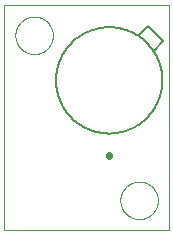
<source format=gto>
G75*
%MOIN*%
%OFA0B0*%
%FSLAX25Y25*%
%IPPOS*%
%LPD*%
%AMOC8*
5,1,8,0,0,1.08239X$1,22.5*
%
%ADD10C,0.00000*%
%ADD11C,0.02200*%
%ADD12C,0.00500*%
D10*
X0016575Y0001500D02*
X0016575Y0076500D01*
X0071575Y0076500D01*
X0071575Y0001500D01*
X0016575Y0001500D01*
X0055325Y0011500D02*
X0055327Y0011658D01*
X0055333Y0011815D01*
X0055343Y0011973D01*
X0055357Y0012130D01*
X0055375Y0012286D01*
X0055396Y0012443D01*
X0055422Y0012598D01*
X0055452Y0012753D01*
X0055485Y0012907D01*
X0055523Y0013060D01*
X0055564Y0013213D01*
X0055609Y0013364D01*
X0055658Y0013514D01*
X0055711Y0013662D01*
X0055767Y0013810D01*
X0055828Y0013955D01*
X0055891Y0014100D01*
X0055959Y0014242D01*
X0056030Y0014383D01*
X0056104Y0014522D01*
X0056182Y0014659D01*
X0056264Y0014794D01*
X0056348Y0014927D01*
X0056437Y0015058D01*
X0056528Y0015186D01*
X0056623Y0015313D01*
X0056720Y0015436D01*
X0056821Y0015558D01*
X0056925Y0015676D01*
X0057032Y0015792D01*
X0057142Y0015905D01*
X0057254Y0016016D01*
X0057370Y0016123D01*
X0057488Y0016228D01*
X0057608Y0016330D01*
X0057731Y0016428D01*
X0057857Y0016524D01*
X0057985Y0016616D01*
X0058115Y0016705D01*
X0058247Y0016791D01*
X0058382Y0016873D01*
X0058519Y0016952D01*
X0058657Y0017027D01*
X0058797Y0017099D01*
X0058940Y0017167D01*
X0059083Y0017232D01*
X0059229Y0017293D01*
X0059376Y0017350D01*
X0059524Y0017404D01*
X0059674Y0017454D01*
X0059824Y0017500D01*
X0059976Y0017542D01*
X0060129Y0017581D01*
X0060283Y0017615D01*
X0060438Y0017646D01*
X0060593Y0017672D01*
X0060749Y0017695D01*
X0060906Y0017714D01*
X0061063Y0017729D01*
X0061220Y0017740D01*
X0061378Y0017747D01*
X0061536Y0017750D01*
X0061693Y0017749D01*
X0061851Y0017744D01*
X0062008Y0017735D01*
X0062166Y0017722D01*
X0062322Y0017705D01*
X0062479Y0017684D01*
X0062634Y0017660D01*
X0062789Y0017631D01*
X0062944Y0017598D01*
X0063097Y0017562D01*
X0063250Y0017521D01*
X0063401Y0017477D01*
X0063551Y0017429D01*
X0063700Y0017378D01*
X0063848Y0017322D01*
X0063994Y0017263D01*
X0064139Y0017200D01*
X0064282Y0017133D01*
X0064423Y0017063D01*
X0064562Y0016990D01*
X0064700Y0016913D01*
X0064836Y0016832D01*
X0064969Y0016748D01*
X0065100Y0016661D01*
X0065229Y0016570D01*
X0065356Y0016476D01*
X0065481Y0016379D01*
X0065602Y0016279D01*
X0065722Y0016176D01*
X0065838Y0016070D01*
X0065952Y0015961D01*
X0066064Y0015849D01*
X0066172Y0015735D01*
X0066277Y0015617D01*
X0066380Y0015497D01*
X0066479Y0015375D01*
X0066575Y0015250D01*
X0066668Y0015122D01*
X0066758Y0014993D01*
X0066844Y0014861D01*
X0066928Y0014727D01*
X0067007Y0014591D01*
X0067084Y0014453D01*
X0067156Y0014313D01*
X0067225Y0014171D01*
X0067291Y0014028D01*
X0067353Y0013883D01*
X0067411Y0013736D01*
X0067466Y0013588D01*
X0067517Y0013439D01*
X0067564Y0013288D01*
X0067607Y0013137D01*
X0067646Y0012984D01*
X0067682Y0012830D01*
X0067713Y0012676D01*
X0067741Y0012521D01*
X0067765Y0012365D01*
X0067785Y0012208D01*
X0067801Y0012051D01*
X0067813Y0011894D01*
X0067821Y0011737D01*
X0067825Y0011579D01*
X0067825Y0011421D01*
X0067821Y0011263D01*
X0067813Y0011106D01*
X0067801Y0010949D01*
X0067785Y0010792D01*
X0067765Y0010635D01*
X0067741Y0010479D01*
X0067713Y0010324D01*
X0067682Y0010170D01*
X0067646Y0010016D01*
X0067607Y0009863D01*
X0067564Y0009712D01*
X0067517Y0009561D01*
X0067466Y0009412D01*
X0067411Y0009264D01*
X0067353Y0009117D01*
X0067291Y0008972D01*
X0067225Y0008829D01*
X0067156Y0008687D01*
X0067084Y0008547D01*
X0067007Y0008409D01*
X0066928Y0008273D01*
X0066844Y0008139D01*
X0066758Y0008007D01*
X0066668Y0007878D01*
X0066575Y0007750D01*
X0066479Y0007625D01*
X0066380Y0007503D01*
X0066277Y0007383D01*
X0066172Y0007265D01*
X0066064Y0007151D01*
X0065952Y0007039D01*
X0065838Y0006930D01*
X0065722Y0006824D01*
X0065602Y0006721D01*
X0065481Y0006621D01*
X0065356Y0006524D01*
X0065229Y0006430D01*
X0065100Y0006339D01*
X0064969Y0006252D01*
X0064836Y0006168D01*
X0064700Y0006087D01*
X0064562Y0006010D01*
X0064423Y0005937D01*
X0064282Y0005867D01*
X0064139Y0005800D01*
X0063994Y0005737D01*
X0063848Y0005678D01*
X0063700Y0005622D01*
X0063551Y0005571D01*
X0063401Y0005523D01*
X0063250Y0005479D01*
X0063097Y0005438D01*
X0062944Y0005402D01*
X0062789Y0005369D01*
X0062634Y0005340D01*
X0062479Y0005316D01*
X0062322Y0005295D01*
X0062166Y0005278D01*
X0062008Y0005265D01*
X0061851Y0005256D01*
X0061693Y0005251D01*
X0061536Y0005250D01*
X0061378Y0005253D01*
X0061220Y0005260D01*
X0061063Y0005271D01*
X0060906Y0005286D01*
X0060749Y0005305D01*
X0060593Y0005328D01*
X0060438Y0005354D01*
X0060283Y0005385D01*
X0060129Y0005419D01*
X0059976Y0005458D01*
X0059824Y0005500D01*
X0059674Y0005546D01*
X0059524Y0005596D01*
X0059376Y0005650D01*
X0059229Y0005707D01*
X0059083Y0005768D01*
X0058940Y0005833D01*
X0058797Y0005901D01*
X0058657Y0005973D01*
X0058519Y0006048D01*
X0058382Y0006127D01*
X0058247Y0006209D01*
X0058115Y0006295D01*
X0057985Y0006384D01*
X0057857Y0006476D01*
X0057731Y0006572D01*
X0057608Y0006670D01*
X0057488Y0006772D01*
X0057370Y0006877D01*
X0057254Y0006984D01*
X0057142Y0007095D01*
X0057032Y0007208D01*
X0056925Y0007324D01*
X0056821Y0007442D01*
X0056720Y0007564D01*
X0056623Y0007687D01*
X0056528Y0007814D01*
X0056437Y0007942D01*
X0056348Y0008073D01*
X0056264Y0008206D01*
X0056182Y0008341D01*
X0056104Y0008478D01*
X0056030Y0008617D01*
X0055959Y0008758D01*
X0055891Y0008900D01*
X0055828Y0009045D01*
X0055767Y0009190D01*
X0055711Y0009338D01*
X0055658Y0009486D01*
X0055609Y0009636D01*
X0055564Y0009787D01*
X0055523Y0009940D01*
X0055485Y0010093D01*
X0055452Y0010247D01*
X0055422Y0010402D01*
X0055396Y0010557D01*
X0055375Y0010714D01*
X0055357Y0010870D01*
X0055343Y0011027D01*
X0055333Y0011185D01*
X0055327Y0011342D01*
X0055325Y0011500D01*
X0020325Y0066500D02*
X0020327Y0066658D01*
X0020333Y0066815D01*
X0020343Y0066973D01*
X0020357Y0067130D01*
X0020375Y0067286D01*
X0020396Y0067443D01*
X0020422Y0067598D01*
X0020452Y0067753D01*
X0020485Y0067907D01*
X0020523Y0068060D01*
X0020564Y0068213D01*
X0020609Y0068364D01*
X0020658Y0068514D01*
X0020711Y0068662D01*
X0020767Y0068810D01*
X0020828Y0068955D01*
X0020891Y0069100D01*
X0020959Y0069242D01*
X0021030Y0069383D01*
X0021104Y0069522D01*
X0021182Y0069659D01*
X0021264Y0069794D01*
X0021348Y0069927D01*
X0021437Y0070058D01*
X0021528Y0070186D01*
X0021623Y0070313D01*
X0021720Y0070436D01*
X0021821Y0070558D01*
X0021925Y0070676D01*
X0022032Y0070792D01*
X0022142Y0070905D01*
X0022254Y0071016D01*
X0022370Y0071123D01*
X0022488Y0071228D01*
X0022608Y0071330D01*
X0022731Y0071428D01*
X0022857Y0071524D01*
X0022985Y0071616D01*
X0023115Y0071705D01*
X0023247Y0071791D01*
X0023382Y0071873D01*
X0023519Y0071952D01*
X0023657Y0072027D01*
X0023797Y0072099D01*
X0023940Y0072167D01*
X0024083Y0072232D01*
X0024229Y0072293D01*
X0024376Y0072350D01*
X0024524Y0072404D01*
X0024674Y0072454D01*
X0024824Y0072500D01*
X0024976Y0072542D01*
X0025129Y0072581D01*
X0025283Y0072615D01*
X0025438Y0072646D01*
X0025593Y0072672D01*
X0025749Y0072695D01*
X0025906Y0072714D01*
X0026063Y0072729D01*
X0026220Y0072740D01*
X0026378Y0072747D01*
X0026536Y0072750D01*
X0026693Y0072749D01*
X0026851Y0072744D01*
X0027008Y0072735D01*
X0027166Y0072722D01*
X0027322Y0072705D01*
X0027479Y0072684D01*
X0027634Y0072660D01*
X0027789Y0072631D01*
X0027944Y0072598D01*
X0028097Y0072562D01*
X0028250Y0072521D01*
X0028401Y0072477D01*
X0028551Y0072429D01*
X0028700Y0072378D01*
X0028848Y0072322D01*
X0028994Y0072263D01*
X0029139Y0072200D01*
X0029282Y0072133D01*
X0029423Y0072063D01*
X0029562Y0071990D01*
X0029700Y0071913D01*
X0029836Y0071832D01*
X0029969Y0071748D01*
X0030100Y0071661D01*
X0030229Y0071570D01*
X0030356Y0071476D01*
X0030481Y0071379D01*
X0030602Y0071279D01*
X0030722Y0071176D01*
X0030838Y0071070D01*
X0030952Y0070961D01*
X0031064Y0070849D01*
X0031172Y0070735D01*
X0031277Y0070617D01*
X0031380Y0070497D01*
X0031479Y0070375D01*
X0031575Y0070250D01*
X0031668Y0070122D01*
X0031758Y0069993D01*
X0031844Y0069861D01*
X0031928Y0069727D01*
X0032007Y0069591D01*
X0032084Y0069453D01*
X0032156Y0069313D01*
X0032225Y0069171D01*
X0032291Y0069028D01*
X0032353Y0068883D01*
X0032411Y0068736D01*
X0032466Y0068588D01*
X0032517Y0068439D01*
X0032564Y0068288D01*
X0032607Y0068137D01*
X0032646Y0067984D01*
X0032682Y0067830D01*
X0032713Y0067676D01*
X0032741Y0067521D01*
X0032765Y0067365D01*
X0032785Y0067208D01*
X0032801Y0067051D01*
X0032813Y0066894D01*
X0032821Y0066737D01*
X0032825Y0066579D01*
X0032825Y0066421D01*
X0032821Y0066263D01*
X0032813Y0066106D01*
X0032801Y0065949D01*
X0032785Y0065792D01*
X0032765Y0065635D01*
X0032741Y0065479D01*
X0032713Y0065324D01*
X0032682Y0065170D01*
X0032646Y0065016D01*
X0032607Y0064863D01*
X0032564Y0064712D01*
X0032517Y0064561D01*
X0032466Y0064412D01*
X0032411Y0064264D01*
X0032353Y0064117D01*
X0032291Y0063972D01*
X0032225Y0063829D01*
X0032156Y0063687D01*
X0032084Y0063547D01*
X0032007Y0063409D01*
X0031928Y0063273D01*
X0031844Y0063139D01*
X0031758Y0063007D01*
X0031668Y0062878D01*
X0031575Y0062750D01*
X0031479Y0062625D01*
X0031380Y0062503D01*
X0031277Y0062383D01*
X0031172Y0062265D01*
X0031064Y0062151D01*
X0030952Y0062039D01*
X0030838Y0061930D01*
X0030722Y0061824D01*
X0030602Y0061721D01*
X0030481Y0061621D01*
X0030356Y0061524D01*
X0030229Y0061430D01*
X0030100Y0061339D01*
X0029969Y0061252D01*
X0029836Y0061168D01*
X0029700Y0061087D01*
X0029562Y0061010D01*
X0029423Y0060937D01*
X0029282Y0060867D01*
X0029139Y0060800D01*
X0028994Y0060737D01*
X0028848Y0060678D01*
X0028700Y0060622D01*
X0028551Y0060571D01*
X0028401Y0060523D01*
X0028250Y0060479D01*
X0028097Y0060438D01*
X0027944Y0060402D01*
X0027789Y0060369D01*
X0027634Y0060340D01*
X0027479Y0060316D01*
X0027322Y0060295D01*
X0027166Y0060278D01*
X0027008Y0060265D01*
X0026851Y0060256D01*
X0026693Y0060251D01*
X0026536Y0060250D01*
X0026378Y0060253D01*
X0026220Y0060260D01*
X0026063Y0060271D01*
X0025906Y0060286D01*
X0025749Y0060305D01*
X0025593Y0060328D01*
X0025438Y0060354D01*
X0025283Y0060385D01*
X0025129Y0060419D01*
X0024976Y0060458D01*
X0024824Y0060500D01*
X0024674Y0060546D01*
X0024524Y0060596D01*
X0024376Y0060650D01*
X0024229Y0060707D01*
X0024083Y0060768D01*
X0023940Y0060833D01*
X0023797Y0060901D01*
X0023657Y0060973D01*
X0023519Y0061048D01*
X0023382Y0061127D01*
X0023247Y0061209D01*
X0023115Y0061295D01*
X0022985Y0061384D01*
X0022857Y0061476D01*
X0022731Y0061572D01*
X0022608Y0061670D01*
X0022488Y0061772D01*
X0022370Y0061877D01*
X0022254Y0061984D01*
X0022142Y0062095D01*
X0022032Y0062208D01*
X0021925Y0062324D01*
X0021821Y0062442D01*
X0021720Y0062564D01*
X0021623Y0062687D01*
X0021528Y0062814D01*
X0021437Y0062942D01*
X0021348Y0063073D01*
X0021264Y0063206D01*
X0021182Y0063341D01*
X0021104Y0063478D01*
X0021030Y0063617D01*
X0020959Y0063758D01*
X0020891Y0063900D01*
X0020828Y0064045D01*
X0020767Y0064190D01*
X0020711Y0064338D01*
X0020658Y0064486D01*
X0020609Y0064636D01*
X0020564Y0064787D01*
X0020523Y0064940D01*
X0020485Y0065093D01*
X0020452Y0065247D01*
X0020422Y0065402D01*
X0020396Y0065557D01*
X0020375Y0065714D01*
X0020357Y0065870D01*
X0020343Y0066027D01*
X0020333Y0066185D01*
X0020327Y0066342D01*
X0020325Y0066500D01*
D11*
X0051575Y0026620D02*
X0051575Y0026380D01*
D12*
X0033858Y0051500D02*
X0033863Y0051935D01*
X0033879Y0052369D01*
X0033906Y0052803D01*
X0033943Y0053237D01*
X0033991Y0053669D01*
X0034050Y0054100D01*
X0034119Y0054529D01*
X0034198Y0054956D01*
X0034288Y0055382D01*
X0034389Y0055805D01*
X0034500Y0056225D01*
X0034621Y0056643D01*
X0034752Y0057057D01*
X0034894Y0057469D01*
X0035045Y0057876D01*
X0035207Y0058280D01*
X0035378Y0058680D01*
X0035559Y0059075D01*
X0035750Y0059466D01*
X0035950Y0059852D01*
X0036160Y0060233D01*
X0036379Y0060608D01*
X0036607Y0060979D01*
X0036844Y0061343D01*
X0037090Y0061702D01*
X0037345Y0062054D01*
X0037608Y0062400D01*
X0037880Y0062740D01*
X0038160Y0063072D01*
X0038448Y0063398D01*
X0038744Y0063717D01*
X0039047Y0064028D01*
X0039358Y0064331D01*
X0039677Y0064627D01*
X0040003Y0064915D01*
X0040335Y0065195D01*
X0040675Y0065467D01*
X0041021Y0065730D01*
X0041373Y0065985D01*
X0041732Y0066231D01*
X0042096Y0066468D01*
X0042467Y0066696D01*
X0042842Y0066915D01*
X0043223Y0067125D01*
X0043609Y0067325D01*
X0044000Y0067516D01*
X0044395Y0067697D01*
X0044795Y0067868D01*
X0045199Y0068030D01*
X0045606Y0068181D01*
X0046018Y0068323D01*
X0046432Y0068454D01*
X0046850Y0068575D01*
X0047270Y0068686D01*
X0047693Y0068787D01*
X0048119Y0068877D01*
X0048546Y0068956D01*
X0048975Y0069025D01*
X0049406Y0069084D01*
X0049838Y0069132D01*
X0050272Y0069169D01*
X0050706Y0069196D01*
X0051140Y0069212D01*
X0051575Y0069217D01*
X0052010Y0069212D01*
X0052444Y0069196D01*
X0052878Y0069169D01*
X0053312Y0069132D01*
X0053744Y0069084D01*
X0054175Y0069025D01*
X0054604Y0068956D01*
X0055031Y0068877D01*
X0055457Y0068787D01*
X0055880Y0068686D01*
X0056300Y0068575D01*
X0056718Y0068454D01*
X0057132Y0068323D01*
X0057544Y0068181D01*
X0057951Y0068030D01*
X0058355Y0067868D01*
X0058755Y0067697D01*
X0059150Y0067516D01*
X0059541Y0067325D01*
X0059927Y0067125D01*
X0060308Y0066915D01*
X0060683Y0066696D01*
X0061054Y0066468D01*
X0061418Y0066231D01*
X0061777Y0065985D01*
X0062129Y0065730D01*
X0062475Y0065467D01*
X0062815Y0065195D01*
X0063147Y0064915D01*
X0063473Y0064627D01*
X0063792Y0064331D01*
X0064103Y0064028D01*
X0064406Y0063717D01*
X0064702Y0063398D01*
X0064990Y0063072D01*
X0065270Y0062740D01*
X0065542Y0062400D01*
X0065805Y0062054D01*
X0066060Y0061702D01*
X0066306Y0061343D01*
X0066543Y0060979D01*
X0066771Y0060608D01*
X0066990Y0060233D01*
X0067200Y0059852D01*
X0067400Y0059466D01*
X0067591Y0059075D01*
X0067772Y0058680D01*
X0067943Y0058280D01*
X0068105Y0057876D01*
X0068256Y0057469D01*
X0068398Y0057057D01*
X0068529Y0056643D01*
X0068650Y0056225D01*
X0068761Y0055805D01*
X0068862Y0055382D01*
X0068952Y0054956D01*
X0069031Y0054529D01*
X0069100Y0054100D01*
X0069159Y0053669D01*
X0069207Y0053237D01*
X0069244Y0052803D01*
X0069271Y0052369D01*
X0069287Y0051935D01*
X0069292Y0051500D01*
X0069287Y0051065D01*
X0069271Y0050631D01*
X0069244Y0050197D01*
X0069207Y0049763D01*
X0069159Y0049331D01*
X0069100Y0048900D01*
X0069031Y0048471D01*
X0068952Y0048044D01*
X0068862Y0047618D01*
X0068761Y0047195D01*
X0068650Y0046775D01*
X0068529Y0046357D01*
X0068398Y0045943D01*
X0068256Y0045531D01*
X0068105Y0045124D01*
X0067943Y0044720D01*
X0067772Y0044320D01*
X0067591Y0043925D01*
X0067400Y0043534D01*
X0067200Y0043148D01*
X0066990Y0042767D01*
X0066771Y0042392D01*
X0066543Y0042021D01*
X0066306Y0041657D01*
X0066060Y0041298D01*
X0065805Y0040946D01*
X0065542Y0040600D01*
X0065270Y0040260D01*
X0064990Y0039928D01*
X0064702Y0039602D01*
X0064406Y0039283D01*
X0064103Y0038972D01*
X0063792Y0038669D01*
X0063473Y0038373D01*
X0063147Y0038085D01*
X0062815Y0037805D01*
X0062475Y0037533D01*
X0062129Y0037270D01*
X0061777Y0037015D01*
X0061418Y0036769D01*
X0061054Y0036532D01*
X0060683Y0036304D01*
X0060308Y0036085D01*
X0059927Y0035875D01*
X0059541Y0035675D01*
X0059150Y0035484D01*
X0058755Y0035303D01*
X0058355Y0035132D01*
X0057951Y0034970D01*
X0057544Y0034819D01*
X0057132Y0034677D01*
X0056718Y0034546D01*
X0056300Y0034425D01*
X0055880Y0034314D01*
X0055457Y0034213D01*
X0055031Y0034123D01*
X0054604Y0034044D01*
X0054175Y0033975D01*
X0053744Y0033916D01*
X0053312Y0033868D01*
X0052878Y0033831D01*
X0052444Y0033804D01*
X0052010Y0033788D01*
X0051575Y0033783D01*
X0051140Y0033788D01*
X0050706Y0033804D01*
X0050272Y0033831D01*
X0049838Y0033868D01*
X0049406Y0033916D01*
X0048975Y0033975D01*
X0048546Y0034044D01*
X0048119Y0034123D01*
X0047693Y0034213D01*
X0047270Y0034314D01*
X0046850Y0034425D01*
X0046432Y0034546D01*
X0046018Y0034677D01*
X0045606Y0034819D01*
X0045199Y0034970D01*
X0044795Y0035132D01*
X0044395Y0035303D01*
X0044000Y0035484D01*
X0043609Y0035675D01*
X0043223Y0035875D01*
X0042842Y0036085D01*
X0042467Y0036304D01*
X0042096Y0036532D01*
X0041732Y0036769D01*
X0041373Y0037015D01*
X0041021Y0037270D01*
X0040675Y0037533D01*
X0040335Y0037805D01*
X0040003Y0038085D01*
X0039677Y0038373D01*
X0039358Y0038669D01*
X0039047Y0038972D01*
X0038744Y0039283D01*
X0038448Y0039602D01*
X0038160Y0039928D01*
X0037880Y0040260D01*
X0037608Y0040600D01*
X0037345Y0040946D01*
X0037090Y0041298D01*
X0036844Y0041657D01*
X0036607Y0042021D01*
X0036379Y0042392D01*
X0036160Y0042767D01*
X0035950Y0043148D01*
X0035750Y0043534D01*
X0035559Y0043925D01*
X0035378Y0044320D01*
X0035207Y0044720D01*
X0035045Y0045124D01*
X0034894Y0045531D01*
X0034752Y0045943D01*
X0034621Y0046357D01*
X0034500Y0046775D01*
X0034389Y0047195D01*
X0034288Y0047618D01*
X0034198Y0048044D01*
X0034119Y0048471D01*
X0034050Y0048900D01*
X0033991Y0049331D01*
X0033943Y0049763D01*
X0033906Y0050197D01*
X0033879Y0050631D01*
X0033863Y0051065D01*
X0033858Y0051500D01*
X0061417Y0066461D02*
X0064567Y0069610D01*
X0069685Y0064492D01*
X0066535Y0061343D01*
M02*

</source>
